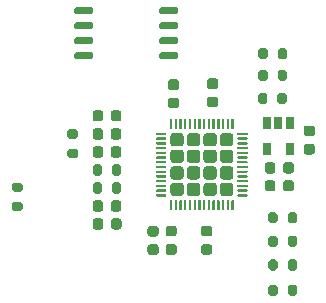
<source format=gbp>
G04 #@! TF.GenerationSoftware,KiCad,Pcbnew,(5.1.10-1-10_14)*
G04 #@! TF.CreationDate,2022-04-15T02:56:20+09:00*
G04 #@! TF.ProjectId,cmsis-dap_rp2040,636d7369-732d-4646-9170-5f7270323034,rev?*
G04 #@! TF.SameCoordinates,Original*
G04 #@! TF.FileFunction,Paste,Bot*
G04 #@! TF.FilePolarity,Positive*
%FSLAX46Y46*%
G04 Gerber Fmt 4.6, Leading zero omitted, Abs format (unit mm)*
G04 Created by KiCad (PCBNEW (5.1.10-1-10_14)) date 2022-04-15 02:56:20*
%MOMM*%
%LPD*%
G01*
G04 APERTURE LIST*
%ADD10R,0.650000X1.060000*%
G04 APERTURE END LIST*
G04 #@! TO.C,U2*
G36*
G01*
X109180000Y-52195000D02*
X109180000Y-52495000D01*
G75*
G02*
X109030000Y-52645000I-150000J0D01*
G01*
X107730000Y-52645000D01*
G75*
G02*
X107580000Y-52495000I0J150000D01*
G01*
X107580000Y-52195000D01*
G75*
G02*
X107730000Y-52045000I150000J0D01*
G01*
X109030000Y-52045000D01*
G75*
G02*
X109180000Y-52195000I0J-150000D01*
G01*
G37*
G36*
G01*
X109180000Y-53465000D02*
X109180000Y-53765000D01*
G75*
G02*
X109030000Y-53915000I-150000J0D01*
G01*
X107730000Y-53915000D01*
G75*
G02*
X107580000Y-53765000I0J150000D01*
G01*
X107580000Y-53465000D01*
G75*
G02*
X107730000Y-53315000I150000J0D01*
G01*
X109030000Y-53315000D01*
G75*
G02*
X109180000Y-53465000I0J-150000D01*
G01*
G37*
G36*
G01*
X109180000Y-54735000D02*
X109180000Y-55035000D01*
G75*
G02*
X109030000Y-55185000I-150000J0D01*
G01*
X107730000Y-55185000D01*
G75*
G02*
X107580000Y-55035000I0J150000D01*
G01*
X107580000Y-54735000D01*
G75*
G02*
X107730000Y-54585000I150000J0D01*
G01*
X109030000Y-54585000D01*
G75*
G02*
X109180000Y-54735000I0J-150000D01*
G01*
G37*
G36*
G01*
X109180000Y-56005000D02*
X109180000Y-56305000D01*
G75*
G02*
X109030000Y-56455000I-150000J0D01*
G01*
X107730000Y-56455000D01*
G75*
G02*
X107580000Y-56305000I0J150000D01*
G01*
X107580000Y-56005000D01*
G75*
G02*
X107730000Y-55855000I150000J0D01*
G01*
X109030000Y-55855000D01*
G75*
G02*
X109180000Y-56005000I0J-150000D01*
G01*
G37*
G36*
G01*
X116380000Y-56005000D02*
X116380000Y-56305000D01*
G75*
G02*
X116230000Y-56455000I-150000J0D01*
G01*
X114930000Y-56455000D01*
G75*
G02*
X114780000Y-56305000I0J150000D01*
G01*
X114780000Y-56005000D01*
G75*
G02*
X114930000Y-55855000I150000J0D01*
G01*
X116230000Y-55855000D01*
G75*
G02*
X116380000Y-56005000I0J-150000D01*
G01*
G37*
G36*
G01*
X116380000Y-54735000D02*
X116380000Y-55035000D01*
G75*
G02*
X116230000Y-55185000I-150000J0D01*
G01*
X114930000Y-55185000D01*
G75*
G02*
X114780000Y-55035000I0J150000D01*
G01*
X114780000Y-54735000D01*
G75*
G02*
X114930000Y-54585000I150000J0D01*
G01*
X116230000Y-54585000D01*
G75*
G02*
X116380000Y-54735000I0J-150000D01*
G01*
G37*
G36*
G01*
X116380000Y-53465000D02*
X116380000Y-53765000D01*
G75*
G02*
X116230000Y-53915000I-150000J0D01*
G01*
X114930000Y-53915000D01*
G75*
G02*
X114780000Y-53765000I0J150000D01*
G01*
X114780000Y-53465000D01*
G75*
G02*
X114930000Y-53315000I150000J0D01*
G01*
X116230000Y-53315000D01*
G75*
G02*
X116380000Y-53465000I0J-150000D01*
G01*
G37*
G36*
G01*
X116380000Y-52195000D02*
X116380000Y-52495000D01*
G75*
G02*
X116230000Y-52645000I-150000J0D01*
G01*
X114930000Y-52645000D01*
G75*
G02*
X114780000Y-52495000I0J150000D01*
G01*
X114780000Y-52195000D01*
G75*
G02*
X114930000Y-52045000I150000J0D01*
G01*
X116230000Y-52045000D01*
G75*
G02*
X116380000Y-52195000I0J-150000D01*
G01*
G37*
G04 #@! TD*
G04 #@! TO.C,R16*
G36*
G01*
X123145000Y-58075000D02*
X123145000Y-57525000D01*
G75*
G02*
X123345000Y-57325000I200000J0D01*
G01*
X123745000Y-57325000D01*
G75*
G02*
X123945000Y-57525000I0J-200000D01*
G01*
X123945000Y-58075000D01*
G75*
G02*
X123745000Y-58275000I-200000J0D01*
G01*
X123345000Y-58275000D01*
G75*
G02*
X123145000Y-58075000I0J200000D01*
G01*
G37*
G36*
G01*
X124795000Y-58075000D02*
X124795000Y-57525000D01*
G75*
G02*
X124995000Y-57325000I200000J0D01*
G01*
X125395000Y-57325000D01*
G75*
G02*
X125595000Y-57525000I0J-200000D01*
G01*
X125595000Y-58075000D01*
G75*
G02*
X125395000Y-58275000I-200000J0D01*
G01*
X124995000Y-58275000D01*
G75*
G02*
X124795000Y-58075000I0J200000D01*
G01*
G37*
G04 #@! TD*
G04 #@! TO.C,R15*
G36*
G01*
X125655000Y-74135000D02*
X125655000Y-73585000D01*
G75*
G02*
X125855000Y-73385000I200000J0D01*
G01*
X126255000Y-73385000D01*
G75*
G02*
X126455000Y-73585000I0J-200000D01*
G01*
X126455000Y-74135000D01*
G75*
G02*
X126255000Y-74335000I-200000J0D01*
G01*
X125855000Y-74335000D01*
G75*
G02*
X125655000Y-74135000I0J200000D01*
G01*
G37*
G36*
G01*
X124005000Y-74135000D02*
X124005000Y-73585000D01*
G75*
G02*
X124205000Y-73385000I200000J0D01*
G01*
X124605000Y-73385000D01*
G75*
G02*
X124805000Y-73585000I0J-200000D01*
G01*
X124805000Y-74135000D01*
G75*
G02*
X124605000Y-74335000I-200000J0D01*
G01*
X124205000Y-74335000D01*
G75*
G02*
X124005000Y-74135000I0J200000D01*
G01*
G37*
G04 #@! TD*
G04 #@! TO.C,R14*
G36*
G01*
X123135000Y-60045000D02*
X123135000Y-59495000D01*
G75*
G02*
X123335000Y-59295000I200000J0D01*
G01*
X123735000Y-59295000D01*
G75*
G02*
X123935000Y-59495000I0J-200000D01*
G01*
X123935000Y-60045000D01*
G75*
G02*
X123735000Y-60245000I-200000J0D01*
G01*
X123335000Y-60245000D01*
G75*
G02*
X123135000Y-60045000I0J200000D01*
G01*
G37*
G36*
G01*
X124785000Y-60045000D02*
X124785000Y-59495000D01*
G75*
G02*
X124985000Y-59295000I200000J0D01*
G01*
X125385000Y-59295000D01*
G75*
G02*
X125585000Y-59495000I0J-200000D01*
G01*
X125585000Y-60045000D01*
G75*
G02*
X125385000Y-60245000I-200000J0D01*
G01*
X124985000Y-60245000D01*
G75*
G02*
X124785000Y-60045000I0J200000D01*
G01*
G37*
G04 #@! TD*
G04 #@! TO.C,R13*
G36*
G01*
X125645000Y-70145000D02*
X125645000Y-69595000D01*
G75*
G02*
X125845000Y-69395000I200000J0D01*
G01*
X126245000Y-69395000D01*
G75*
G02*
X126445000Y-69595000I0J-200000D01*
G01*
X126445000Y-70145000D01*
G75*
G02*
X126245000Y-70345000I-200000J0D01*
G01*
X125845000Y-70345000D01*
G75*
G02*
X125645000Y-70145000I0J200000D01*
G01*
G37*
G36*
G01*
X123995000Y-70145000D02*
X123995000Y-69595000D01*
G75*
G02*
X124195000Y-69395000I200000J0D01*
G01*
X124595000Y-69395000D01*
G75*
G02*
X124795000Y-69595000I0J-200000D01*
G01*
X124795000Y-70145000D01*
G75*
G02*
X124595000Y-70345000I-200000J0D01*
G01*
X124195000Y-70345000D01*
G75*
G02*
X123995000Y-70145000I0J200000D01*
G01*
G37*
G04 #@! TD*
G04 #@! TO.C,R12*
G36*
G01*
X125655000Y-72125000D02*
X125655000Y-71575000D01*
G75*
G02*
X125855000Y-71375000I200000J0D01*
G01*
X126255000Y-71375000D01*
G75*
G02*
X126455000Y-71575000I0J-200000D01*
G01*
X126455000Y-72125000D01*
G75*
G02*
X126255000Y-72325000I-200000J0D01*
G01*
X125855000Y-72325000D01*
G75*
G02*
X125655000Y-72125000I0J200000D01*
G01*
G37*
G36*
G01*
X124005000Y-72125000D02*
X124005000Y-71575000D01*
G75*
G02*
X124205000Y-71375000I200000J0D01*
G01*
X124605000Y-71375000D01*
G75*
G02*
X124805000Y-71575000I0J-200000D01*
G01*
X124805000Y-72125000D01*
G75*
G02*
X124605000Y-72325000I-200000J0D01*
G01*
X124205000Y-72325000D01*
G75*
G02*
X124005000Y-72125000I0J200000D01*
G01*
G37*
G04 #@! TD*
G04 #@! TO.C,R11*
G36*
G01*
X125645000Y-76265000D02*
X125645000Y-75715000D01*
G75*
G02*
X125845000Y-75515000I200000J0D01*
G01*
X126245000Y-75515000D01*
G75*
G02*
X126445000Y-75715000I0J-200000D01*
G01*
X126445000Y-76265000D01*
G75*
G02*
X126245000Y-76465000I-200000J0D01*
G01*
X125845000Y-76465000D01*
G75*
G02*
X125645000Y-76265000I0J200000D01*
G01*
G37*
G36*
G01*
X123995000Y-76265000D02*
X123995000Y-75715000D01*
G75*
G02*
X124195000Y-75515000I200000J0D01*
G01*
X124595000Y-75515000D01*
G75*
G02*
X124795000Y-75715000I0J-200000D01*
G01*
X124795000Y-76265000D01*
G75*
G02*
X124595000Y-76465000I-200000J0D01*
G01*
X124195000Y-76465000D01*
G75*
G02*
X123995000Y-76265000I0J200000D01*
G01*
G37*
G04 #@! TD*
G04 #@! TO.C,R9*
G36*
G01*
X124805000Y-56255000D02*
X124805000Y-55705000D01*
G75*
G02*
X125005000Y-55505000I200000J0D01*
G01*
X125405000Y-55505000D01*
G75*
G02*
X125605000Y-55705000I0J-200000D01*
G01*
X125605000Y-56255000D01*
G75*
G02*
X125405000Y-56455000I-200000J0D01*
G01*
X125005000Y-56455000D01*
G75*
G02*
X124805000Y-56255000I0J200000D01*
G01*
G37*
G36*
G01*
X123155000Y-56255000D02*
X123155000Y-55705000D01*
G75*
G02*
X123355000Y-55505000I200000J0D01*
G01*
X123755000Y-55505000D01*
G75*
G02*
X123955000Y-55705000I0J-200000D01*
G01*
X123955000Y-56255000D01*
G75*
G02*
X123755000Y-56455000I-200000J0D01*
G01*
X123355000Y-56455000D01*
G75*
G02*
X123155000Y-56255000I0J200000D01*
G01*
G37*
G04 #@! TD*
G04 #@! TO.C,C18*
G36*
G01*
X116230000Y-59045000D02*
X115730000Y-59045000D01*
G75*
G02*
X115505000Y-58820000I0J225000D01*
G01*
X115505000Y-58370000D01*
G75*
G02*
X115730000Y-58145000I225000J0D01*
G01*
X116230000Y-58145000D01*
G75*
G02*
X116455000Y-58370000I0J-225000D01*
G01*
X116455000Y-58820000D01*
G75*
G02*
X116230000Y-59045000I-225000J0D01*
G01*
G37*
G36*
G01*
X116230000Y-60595000D02*
X115730000Y-60595000D01*
G75*
G02*
X115505000Y-60370000I0J225000D01*
G01*
X115505000Y-59920000D01*
G75*
G02*
X115730000Y-59695000I225000J0D01*
G01*
X116230000Y-59695000D01*
G75*
G02*
X116455000Y-59920000I0J-225000D01*
G01*
X116455000Y-60370000D01*
G75*
G02*
X116230000Y-60595000I-225000J0D01*
G01*
G37*
G04 #@! TD*
G04 #@! TO.C,U3*
G36*
G01*
X120165000Y-66895000D02*
X120795000Y-66895000D01*
G75*
G02*
X121045000Y-67145000I0J-250000D01*
G01*
X121045000Y-67775000D01*
G75*
G02*
X120795000Y-68025000I-250000J0D01*
G01*
X120165000Y-68025000D01*
G75*
G02*
X119915000Y-67775000I0J250000D01*
G01*
X119915000Y-67145000D01*
G75*
G02*
X120165000Y-66895000I250000J0D01*
G01*
G37*
G36*
G01*
X118765000Y-66895000D02*
X119395000Y-66895000D01*
G75*
G02*
X119645000Y-67145000I0J-250000D01*
G01*
X119645000Y-67775000D01*
G75*
G02*
X119395000Y-68025000I-250000J0D01*
G01*
X118765000Y-68025000D01*
G75*
G02*
X118515000Y-67775000I0J250000D01*
G01*
X118515000Y-67145000D01*
G75*
G02*
X118765000Y-66895000I250000J0D01*
G01*
G37*
G36*
G01*
X117365000Y-66895000D02*
X117995000Y-66895000D01*
G75*
G02*
X118245000Y-67145000I0J-250000D01*
G01*
X118245000Y-67775000D01*
G75*
G02*
X117995000Y-68025000I-250000J0D01*
G01*
X117365000Y-68025000D01*
G75*
G02*
X117115000Y-67775000I0J250000D01*
G01*
X117115000Y-67145000D01*
G75*
G02*
X117365000Y-66895000I250000J0D01*
G01*
G37*
G36*
G01*
X115965000Y-66895000D02*
X116595000Y-66895000D01*
G75*
G02*
X116845000Y-67145000I0J-250000D01*
G01*
X116845000Y-67775000D01*
G75*
G02*
X116595000Y-68025000I-250000J0D01*
G01*
X115965000Y-68025000D01*
G75*
G02*
X115715000Y-67775000I0J250000D01*
G01*
X115715000Y-67145000D01*
G75*
G02*
X115965000Y-66895000I250000J0D01*
G01*
G37*
G36*
G01*
X120165000Y-65495000D02*
X120795000Y-65495000D01*
G75*
G02*
X121045000Y-65745000I0J-250000D01*
G01*
X121045000Y-66375000D01*
G75*
G02*
X120795000Y-66625000I-250000J0D01*
G01*
X120165000Y-66625000D01*
G75*
G02*
X119915000Y-66375000I0J250000D01*
G01*
X119915000Y-65745000D01*
G75*
G02*
X120165000Y-65495000I250000J0D01*
G01*
G37*
G36*
G01*
X118765000Y-65495000D02*
X119395000Y-65495000D01*
G75*
G02*
X119645000Y-65745000I0J-250000D01*
G01*
X119645000Y-66375000D01*
G75*
G02*
X119395000Y-66625000I-250000J0D01*
G01*
X118765000Y-66625000D01*
G75*
G02*
X118515000Y-66375000I0J250000D01*
G01*
X118515000Y-65745000D01*
G75*
G02*
X118765000Y-65495000I250000J0D01*
G01*
G37*
G36*
G01*
X117365000Y-65495000D02*
X117995000Y-65495000D01*
G75*
G02*
X118245000Y-65745000I0J-250000D01*
G01*
X118245000Y-66375000D01*
G75*
G02*
X117995000Y-66625000I-250000J0D01*
G01*
X117365000Y-66625000D01*
G75*
G02*
X117115000Y-66375000I0J250000D01*
G01*
X117115000Y-65745000D01*
G75*
G02*
X117365000Y-65495000I250000J0D01*
G01*
G37*
G36*
G01*
X115965000Y-65495000D02*
X116595000Y-65495000D01*
G75*
G02*
X116845000Y-65745000I0J-250000D01*
G01*
X116845000Y-66375000D01*
G75*
G02*
X116595000Y-66625000I-250000J0D01*
G01*
X115965000Y-66625000D01*
G75*
G02*
X115715000Y-66375000I0J250000D01*
G01*
X115715000Y-65745000D01*
G75*
G02*
X115965000Y-65495000I250000J0D01*
G01*
G37*
G36*
G01*
X120165000Y-64095000D02*
X120795000Y-64095000D01*
G75*
G02*
X121045000Y-64345000I0J-250000D01*
G01*
X121045000Y-64975000D01*
G75*
G02*
X120795000Y-65225000I-250000J0D01*
G01*
X120165000Y-65225000D01*
G75*
G02*
X119915000Y-64975000I0J250000D01*
G01*
X119915000Y-64345000D01*
G75*
G02*
X120165000Y-64095000I250000J0D01*
G01*
G37*
G36*
G01*
X118765000Y-64095000D02*
X119395000Y-64095000D01*
G75*
G02*
X119645000Y-64345000I0J-250000D01*
G01*
X119645000Y-64975000D01*
G75*
G02*
X119395000Y-65225000I-250000J0D01*
G01*
X118765000Y-65225000D01*
G75*
G02*
X118515000Y-64975000I0J250000D01*
G01*
X118515000Y-64345000D01*
G75*
G02*
X118765000Y-64095000I250000J0D01*
G01*
G37*
G36*
G01*
X117365000Y-64095000D02*
X117995000Y-64095000D01*
G75*
G02*
X118245000Y-64345000I0J-250000D01*
G01*
X118245000Y-64975000D01*
G75*
G02*
X117995000Y-65225000I-250000J0D01*
G01*
X117365000Y-65225000D01*
G75*
G02*
X117115000Y-64975000I0J250000D01*
G01*
X117115000Y-64345000D01*
G75*
G02*
X117365000Y-64095000I250000J0D01*
G01*
G37*
G36*
G01*
X115965000Y-64095000D02*
X116595000Y-64095000D01*
G75*
G02*
X116845000Y-64345000I0J-250000D01*
G01*
X116845000Y-64975000D01*
G75*
G02*
X116595000Y-65225000I-250000J0D01*
G01*
X115965000Y-65225000D01*
G75*
G02*
X115715000Y-64975000I0J250000D01*
G01*
X115715000Y-64345000D01*
G75*
G02*
X115965000Y-64095000I250000J0D01*
G01*
G37*
G36*
G01*
X120165000Y-62695000D02*
X120795000Y-62695000D01*
G75*
G02*
X121045000Y-62945000I0J-250000D01*
G01*
X121045000Y-63575000D01*
G75*
G02*
X120795000Y-63825000I-250000J0D01*
G01*
X120165000Y-63825000D01*
G75*
G02*
X119915000Y-63575000I0J250000D01*
G01*
X119915000Y-62945000D01*
G75*
G02*
X120165000Y-62695000I250000J0D01*
G01*
G37*
G36*
G01*
X118765000Y-62695000D02*
X119395000Y-62695000D01*
G75*
G02*
X119645000Y-62945000I0J-250000D01*
G01*
X119645000Y-63575000D01*
G75*
G02*
X119395000Y-63825000I-250000J0D01*
G01*
X118765000Y-63825000D01*
G75*
G02*
X118515000Y-63575000I0J250000D01*
G01*
X118515000Y-62945000D01*
G75*
G02*
X118765000Y-62695000I250000J0D01*
G01*
G37*
G36*
G01*
X117365000Y-62695000D02*
X117995000Y-62695000D01*
G75*
G02*
X118245000Y-62945000I0J-250000D01*
G01*
X118245000Y-63575000D01*
G75*
G02*
X117995000Y-63825000I-250000J0D01*
G01*
X117365000Y-63825000D01*
G75*
G02*
X117115000Y-63575000I0J250000D01*
G01*
X117115000Y-62945000D01*
G75*
G02*
X117365000Y-62695000I250000J0D01*
G01*
G37*
G36*
G01*
X115965000Y-62695000D02*
X116595000Y-62695000D01*
G75*
G02*
X116845000Y-62945000I0J-250000D01*
G01*
X116845000Y-63575000D01*
G75*
G02*
X116595000Y-63825000I-250000J0D01*
G01*
X115965000Y-63825000D01*
G75*
G02*
X115715000Y-63575000I0J250000D01*
G01*
X115715000Y-62945000D01*
G75*
G02*
X115965000Y-62695000I250000J0D01*
G01*
G37*
G36*
G01*
X114555000Y-62660000D02*
X115330000Y-62660000D01*
G75*
G02*
X115380000Y-62710000I0J-50000D01*
G01*
X115380000Y-62810000D01*
G75*
G02*
X115330000Y-62860000I-50000J0D01*
G01*
X114555000Y-62860000D01*
G75*
G02*
X114505000Y-62810000I0J50000D01*
G01*
X114505000Y-62710000D01*
G75*
G02*
X114555000Y-62660000I50000J0D01*
G01*
G37*
G36*
G01*
X114555000Y-63060000D02*
X115330000Y-63060000D01*
G75*
G02*
X115380000Y-63110000I0J-50000D01*
G01*
X115380000Y-63210000D01*
G75*
G02*
X115330000Y-63260000I-50000J0D01*
G01*
X114555000Y-63260000D01*
G75*
G02*
X114505000Y-63210000I0J50000D01*
G01*
X114505000Y-63110000D01*
G75*
G02*
X114555000Y-63060000I50000J0D01*
G01*
G37*
G36*
G01*
X114555000Y-63460000D02*
X115330000Y-63460000D01*
G75*
G02*
X115380000Y-63510000I0J-50000D01*
G01*
X115380000Y-63610000D01*
G75*
G02*
X115330000Y-63660000I-50000J0D01*
G01*
X114555000Y-63660000D01*
G75*
G02*
X114505000Y-63610000I0J50000D01*
G01*
X114505000Y-63510000D01*
G75*
G02*
X114555000Y-63460000I50000J0D01*
G01*
G37*
G36*
G01*
X114555000Y-63860000D02*
X115330000Y-63860000D01*
G75*
G02*
X115380000Y-63910000I0J-50000D01*
G01*
X115380000Y-64010000D01*
G75*
G02*
X115330000Y-64060000I-50000J0D01*
G01*
X114555000Y-64060000D01*
G75*
G02*
X114505000Y-64010000I0J50000D01*
G01*
X114505000Y-63910000D01*
G75*
G02*
X114555000Y-63860000I50000J0D01*
G01*
G37*
G36*
G01*
X114555000Y-64260000D02*
X115330000Y-64260000D01*
G75*
G02*
X115380000Y-64310000I0J-50000D01*
G01*
X115380000Y-64410000D01*
G75*
G02*
X115330000Y-64460000I-50000J0D01*
G01*
X114555000Y-64460000D01*
G75*
G02*
X114505000Y-64410000I0J50000D01*
G01*
X114505000Y-64310000D01*
G75*
G02*
X114555000Y-64260000I50000J0D01*
G01*
G37*
G36*
G01*
X114555000Y-64660000D02*
X115330000Y-64660000D01*
G75*
G02*
X115380000Y-64710000I0J-50000D01*
G01*
X115380000Y-64810000D01*
G75*
G02*
X115330000Y-64860000I-50000J0D01*
G01*
X114555000Y-64860000D01*
G75*
G02*
X114505000Y-64810000I0J50000D01*
G01*
X114505000Y-64710000D01*
G75*
G02*
X114555000Y-64660000I50000J0D01*
G01*
G37*
G36*
G01*
X114555000Y-65060000D02*
X115330000Y-65060000D01*
G75*
G02*
X115380000Y-65110000I0J-50000D01*
G01*
X115380000Y-65210000D01*
G75*
G02*
X115330000Y-65260000I-50000J0D01*
G01*
X114555000Y-65260000D01*
G75*
G02*
X114505000Y-65210000I0J50000D01*
G01*
X114505000Y-65110000D01*
G75*
G02*
X114555000Y-65060000I50000J0D01*
G01*
G37*
G36*
G01*
X114555000Y-65460000D02*
X115330000Y-65460000D01*
G75*
G02*
X115380000Y-65510000I0J-50000D01*
G01*
X115380000Y-65610000D01*
G75*
G02*
X115330000Y-65660000I-50000J0D01*
G01*
X114555000Y-65660000D01*
G75*
G02*
X114505000Y-65610000I0J50000D01*
G01*
X114505000Y-65510000D01*
G75*
G02*
X114555000Y-65460000I50000J0D01*
G01*
G37*
G36*
G01*
X114555000Y-65860000D02*
X115330000Y-65860000D01*
G75*
G02*
X115380000Y-65910000I0J-50000D01*
G01*
X115380000Y-66010000D01*
G75*
G02*
X115330000Y-66060000I-50000J0D01*
G01*
X114555000Y-66060000D01*
G75*
G02*
X114505000Y-66010000I0J50000D01*
G01*
X114505000Y-65910000D01*
G75*
G02*
X114555000Y-65860000I50000J0D01*
G01*
G37*
G36*
G01*
X114555000Y-66260000D02*
X115330000Y-66260000D01*
G75*
G02*
X115380000Y-66310000I0J-50000D01*
G01*
X115380000Y-66410000D01*
G75*
G02*
X115330000Y-66460000I-50000J0D01*
G01*
X114555000Y-66460000D01*
G75*
G02*
X114505000Y-66410000I0J50000D01*
G01*
X114505000Y-66310000D01*
G75*
G02*
X114555000Y-66260000I50000J0D01*
G01*
G37*
G36*
G01*
X114555000Y-66660000D02*
X115330000Y-66660000D01*
G75*
G02*
X115380000Y-66710000I0J-50000D01*
G01*
X115380000Y-66810000D01*
G75*
G02*
X115330000Y-66860000I-50000J0D01*
G01*
X114555000Y-66860000D01*
G75*
G02*
X114505000Y-66810000I0J50000D01*
G01*
X114505000Y-66710000D01*
G75*
G02*
X114555000Y-66660000I50000J0D01*
G01*
G37*
G36*
G01*
X114555000Y-67060000D02*
X115330000Y-67060000D01*
G75*
G02*
X115380000Y-67110000I0J-50000D01*
G01*
X115380000Y-67210000D01*
G75*
G02*
X115330000Y-67260000I-50000J0D01*
G01*
X114555000Y-67260000D01*
G75*
G02*
X114505000Y-67210000I0J50000D01*
G01*
X114505000Y-67110000D01*
G75*
G02*
X114555000Y-67060000I50000J0D01*
G01*
G37*
G36*
G01*
X114555000Y-67460000D02*
X115330000Y-67460000D01*
G75*
G02*
X115380000Y-67510000I0J-50000D01*
G01*
X115380000Y-67610000D01*
G75*
G02*
X115330000Y-67660000I-50000J0D01*
G01*
X114555000Y-67660000D01*
G75*
G02*
X114505000Y-67610000I0J50000D01*
G01*
X114505000Y-67510000D01*
G75*
G02*
X114555000Y-67460000I50000J0D01*
G01*
G37*
G36*
G01*
X114555000Y-67860000D02*
X115330000Y-67860000D01*
G75*
G02*
X115380000Y-67910000I0J-50000D01*
G01*
X115380000Y-68010000D01*
G75*
G02*
X115330000Y-68060000I-50000J0D01*
G01*
X114555000Y-68060000D01*
G75*
G02*
X114505000Y-68010000I0J50000D01*
G01*
X114505000Y-67910000D01*
G75*
G02*
X114555000Y-67860000I50000J0D01*
G01*
G37*
G36*
G01*
X115730000Y-68360000D02*
X115830000Y-68360000D01*
G75*
G02*
X115880000Y-68410000I0J-50000D01*
G01*
X115880000Y-69185000D01*
G75*
G02*
X115830000Y-69235000I-50000J0D01*
G01*
X115730000Y-69235000D01*
G75*
G02*
X115680000Y-69185000I0J50000D01*
G01*
X115680000Y-68410000D01*
G75*
G02*
X115730000Y-68360000I50000J0D01*
G01*
G37*
G36*
G01*
X116130000Y-68360000D02*
X116230000Y-68360000D01*
G75*
G02*
X116280000Y-68410000I0J-50000D01*
G01*
X116280000Y-69185000D01*
G75*
G02*
X116230000Y-69235000I-50000J0D01*
G01*
X116130000Y-69235000D01*
G75*
G02*
X116080000Y-69185000I0J50000D01*
G01*
X116080000Y-68410000D01*
G75*
G02*
X116130000Y-68360000I50000J0D01*
G01*
G37*
G36*
G01*
X116530000Y-68360000D02*
X116630000Y-68360000D01*
G75*
G02*
X116680000Y-68410000I0J-50000D01*
G01*
X116680000Y-69185000D01*
G75*
G02*
X116630000Y-69235000I-50000J0D01*
G01*
X116530000Y-69235000D01*
G75*
G02*
X116480000Y-69185000I0J50000D01*
G01*
X116480000Y-68410000D01*
G75*
G02*
X116530000Y-68360000I50000J0D01*
G01*
G37*
G36*
G01*
X116930000Y-68360000D02*
X117030000Y-68360000D01*
G75*
G02*
X117080000Y-68410000I0J-50000D01*
G01*
X117080000Y-69185000D01*
G75*
G02*
X117030000Y-69235000I-50000J0D01*
G01*
X116930000Y-69235000D01*
G75*
G02*
X116880000Y-69185000I0J50000D01*
G01*
X116880000Y-68410000D01*
G75*
G02*
X116930000Y-68360000I50000J0D01*
G01*
G37*
G36*
G01*
X117330000Y-68360000D02*
X117430000Y-68360000D01*
G75*
G02*
X117480000Y-68410000I0J-50000D01*
G01*
X117480000Y-69185000D01*
G75*
G02*
X117430000Y-69235000I-50000J0D01*
G01*
X117330000Y-69235000D01*
G75*
G02*
X117280000Y-69185000I0J50000D01*
G01*
X117280000Y-68410000D01*
G75*
G02*
X117330000Y-68360000I50000J0D01*
G01*
G37*
G36*
G01*
X117730000Y-68360000D02*
X117830000Y-68360000D01*
G75*
G02*
X117880000Y-68410000I0J-50000D01*
G01*
X117880000Y-69185000D01*
G75*
G02*
X117830000Y-69235000I-50000J0D01*
G01*
X117730000Y-69235000D01*
G75*
G02*
X117680000Y-69185000I0J50000D01*
G01*
X117680000Y-68410000D01*
G75*
G02*
X117730000Y-68360000I50000J0D01*
G01*
G37*
G36*
G01*
X118130000Y-68360000D02*
X118230000Y-68360000D01*
G75*
G02*
X118280000Y-68410000I0J-50000D01*
G01*
X118280000Y-69185000D01*
G75*
G02*
X118230000Y-69235000I-50000J0D01*
G01*
X118130000Y-69235000D01*
G75*
G02*
X118080000Y-69185000I0J50000D01*
G01*
X118080000Y-68410000D01*
G75*
G02*
X118130000Y-68360000I50000J0D01*
G01*
G37*
G36*
G01*
X118530000Y-68360000D02*
X118630000Y-68360000D01*
G75*
G02*
X118680000Y-68410000I0J-50000D01*
G01*
X118680000Y-69185000D01*
G75*
G02*
X118630000Y-69235000I-50000J0D01*
G01*
X118530000Y-69235000D01*
G75*
G02*
X118480000Y-69185000I0J50000D01*
G01*
X118480000Y-68410000D01*
G75*
G02*
X118530000Y-68360000I50000J0D01*
G01*
G37*
G36*
G01*
X118930000Y-68360000D02*
X119030000Y-68360000D01*
G75*
G02*
X119080000Y-68410000I0J-50000D01*
G01*
X119080000Y-69185000D01*
G75*
G02*
X119030000Y-69235000I-50000J0D01*
G01*
X118930000Y-69235000D01*
G75*
G02*
X118880000Y-69185000I0J50000D01*
G01*
X118880000Y-68410000D01*
G75*
G02*
X118930000Y-68360000I50000J0D01*
G01*
G37*
G36*
G01*
X119330000Y-68360000D02*
X119430000Y-68360000D01*
G75*
G02*
X119480000Y-68410000I0J-50000D01*
G01*
X119480000Y-69185000D01*
G75*
G02*
X119430000Y-69235000I-50000J0D01*
G01*
X119330000Y-69235000D01*
G75*
G02*
X119280000Y-69185000I0J50000D01*
G01*
X119280000Y-68410000D01*
G75*
G02*
X119330000Y-68360000I50000J0D01*
G01*
G37*
G36*
G01*
X119730000Y-68360000D02*
X119830000Y-68360000D01*
G75*
G02*
X119880000Y-68410000I0J-50000D01*
G01*
X119880000Y-69185000D01*
G75*
G02*
X119830000Y-69235000I-50000J0D01*
G01*
X119730000Y-69235000D01*
G75*
G02*
X119680000Y-69185000I0J50000D01*
G01*
X119680000Y-68410000D01*
G75*
G02*
X119730000Y-68360000I50000J0D01*
G01*
G37*
G36*
G01*
X120130000Y-68360000D02*
X120230000Y-68360000D01*
G75*
G02*
X120280000Y-68410000I0J-50000D01*
G01*
X120280000Y-69185000D01*
G75*
G02*
X120230000Y-69235000I-50000J0D01*
G01*
X120130000Y-69235000D01*
G75*
G02*
X120080000Y-69185000I0J50000D01*
G01*
X120080000Y-68410000D01*
G75*
G02*
X120130000Y-68360000I50000J0D01*
G01*
G37*
G36*
G01*
X120530000Y-68360000D02*
X120630000Y-68360000D01*
G75*
G02*
X120680000Y-68410000I0J-50000D01*
G01*
X120680000Y-69185000D01*
G75*
G02*
X120630000Y-69235000I-50000J0D01*
G01*
X120530000Y-69235000D01*
G75*
G02*
X120480000Y-69185000I0J50000D01*
G01*
X120480000Y-68410000D01*
G75*
G02*
X120530000Y-68360000I50000J0D01*
G01*
G37*
G36*
G01*
X120930000Y-68360000D02*
X121030000Y-68360000D01*
G75*
G02*
X121080000Y-68410000I0J-50000D01*
G01*
X121080000Y-69185000D01*
G75*
G02*
X121030000Y-69235000I-50000J0D01*
G01*
X120930000Y-69235000D01*
G75*
G02*
X120880000Y-69185000I0J50000D01*
G01*
X120880000Y-68410000D01*
G75*
G02*
X120930000Y-68360000I50000J0D01*
G01*
G37*
G36*
G01*
X121430000Y-67860000D02*
X122205000Y-67860000D01*
G75*
G02*
X122255000Y-67910000I0J-50000D01*
G01*
X122255000Y-68010000D01*
G75*
G02*
X122205000Y-68060000I-50000J0D01*
G01*
X121430000Y-68060000D01*
G75*
G02*
X121380000Y-68010000I0J50000D01*
G01*
X121380000Y-67910000D01*
G75*
G02*
X121430000Y-67860000I50000J0D01*
G01*
G37*
G36*
G01*
X121430000Y-67460000D02*
X122205000Y-67460000D01*
G75*
G02*
X122255000Y-67510000I0J-50000D01*
G01*
X122255000Y-67610000D01*
G75*
G02*
X122205000Y-67660000I-50000J0D01*
G01*
X121430000Y-67660000D01*
G75*
G02*
X121380000Y-67610000I0J50000D01*
G01*
X121380000Y-67510000D01*
G75*
G02*
X121430000Y-67460000I50000J0D01*
G01*
G37*
G36*
G01*
X121430000Y-67060000D02*
X122205000Y-67060000D01*
G75*
G02*
X122255000Y-67110000I0J-50000D01*
G01*
X122255000Y-67210000D01*
G75*
G02*
X122205000Y-67260000I-50000J0D01*
G01*
X121430000Y-67260000D01*
G75*
G02*
X121380000Y-67210000I0J50000D01*
G01*
X121380000Y-67110000D01*
G75*
G02*
X121430000Y-67060000I50000J0D01*
G01*
G37*
G36*
G01*
X121430000Y-66660000D02*
X122205000Y-66660000D01*
G75*
G02*
X122255000Y-66710000I0J-50000D01*
G01*
X122255000Y-66810000D01*
G75*
G02*
X122205000Y-66860000I-50000J0D01*
G01*
X121430000Y-66860000D01*
G75*
G02*
X121380000Y-66810000I0J50000D01*
G01*
X121380000Y-66710000D01*
G75*
G02*
X121430000Y-66660000I50000J0D01*
G01*
G37*
G36*
G01*
X121430000Y-66260000D02*
X122205000Y-66260000D01*
G75*
G02*
X122255000Y-66310000I0J-50000D01*
G01*
X122255000Y-66410000D01*
G75*
G02*
X122205000Y-66460000I-50000J0D01*
G01*
X121430000Y-66460000D01*
G75*
G02*
X121380000Y-66410000I0J50000D01*
G01*
X121380000Y-66310000D01*
G75*
G02*
X121430000Y-66260000I50000J0D01*
G01*
G37*
G36*
G01*
X121430000Y-65860000D02*
X122205000Y-65860000D01*
G75*
G02*
X122255000Y-65910000I0J-50000D01*
G01*
X122255000Y-66010000D01*
G75*
G02*
X122205000Y-66060000I-50000J0D01*
G01*
X121430000Y-66060000D01*
G75*
G02*
X121380000Y-66010000I0J50000D01*
G01*
X121380000Y-65910000D01*
G75*
G02*
X121430000Y-65860000I50000J0D01*
G01*
G37*
G36*
G01*
X121430000Y-65460000D02*
X122205000Y-65460000D01*
G75*
G02*
X122255000Y-65510000I0J-50000D01*
G01*
X122255000Y-65610000D01*
G75*
G02*
X122205000Y-65660000I-50000J0D01*
G01*
X121430000Y-65660000D01*
G75*
G02*
X121380000Y-65610000I0J50000D01*
G01*
X121380000Y-65510000D01*
G75*
G02*
X121430000Y-65460000I50000J0D01*
G01*
G37*
G36*
G01*
X121430000Y-65060000D02*
X122205000Y-65060000D01*
G75*
G02*
X122255000Y-65110000I0J-50000D01*
G01*
X122255000Y-65210000D01*
G75*
G02*
X122205000Y-65260000I-50000J0D01*
G01*
X121430000Y-65260000D01*
G75*
G02*
X121380000Y-65210000I0J50000D01*
G01*
X121380000Y-65110000D01*
G75*
G02*
X121430000Y-65060000I50000J0D01*
G01*
G37*
G36*
G01*
X121430000Y-64660000D02*
X122205000Y-64660000D01*
G75*
G02*
X122255000Y-64710000I0J-50000D01*
G01*
X122255000Y-64810000D01*
G75*
G02*
X122205000Y-64860000I-50000J0D01*
G01*
X121430000Y-64860000D01*
G75*
G02*
X121380000Y-64810000I0J50000D01*
G01*
X121380000Y-64710000D01*
G75*
G02*
X121430000Y-64660000I50000J0D01*
G01*
G37*
G36*
G01*
X121430000Y-64260000D02*
X122205000Y-64260000D01*
G75*
G02*
X122255000Y-64310000I0J-50000D01*
G01*
X122255000Y-64410000D01*
G75*
G02*
X122205000Y-64460000I-50000J0D01*
G01*
X121430000Y-64460000D01*
G75*
G02*
X121380000Y-64410000I0J50000D01*
G01*
X121380000Y-64310000D01*
G75*
G02*
X121430000Y-64260000I50000J0D01*
G01*
G37*
G36*
G01*
X121430000Y-63860000D02*
X122205000Y-63860000D01*
G75*
G02*
X122255000Y-63910000I0J-50000D01*
G01*
X122255000Y-64010000D01*
G75*
G02*
X122205000Y-64060000I-50000J0D01*
G01*
X121430000Y-64060000D01*
G75*
G02*
X121380000Y-64010000I0J50000D01*
G01*
X121380000Y-63910000D01*
G75*
G02*
X121430000Y-63860000I50000J0D01*
G01*
G37*
G36*
G01*
X121430000Y-63460000D02*
X122205000Y-63460000D01*
G75*
G02*
X122255000Y-63510000I0J-50000D01*
G01*
X122255000Y-63610000D01*
G75*
G02*
X122205000Y-63660000I-50000J0D01*
G01*
X121430000Y-63660000D01*
G75*
G02*
X121380000Y-63610000I0J50000D01*
G01*
X121380000Y-63510000D01*
G75*
G02*
X121430000Y-63460000I50000J0D01*
G01*
G37*
G36*
G01*
X121430000Y-63060000D02*
X122205000Y-63060000D01*
G75*
G02*
X122255000Y-63110000I0J-50000D01*
G01*
X122255000Y-63210000D01*
G75*
G02*
X122205000Y-63260000I-50000J0D01*
G01*
X121430000Y-63260000D01*
G75*
G02*
X121380000Y-63210000I0J50000D01*
G01*
X121380000Y-63110000D01*
G75*
G02*
X121430000Y-63060000I50000J0D01*
G01*
G37*
G36*
G01*
X121430000Y-62660000D02*
X122205000Y-62660000D01*
G75*
G02*
X122255000Y-62710000I0J-50000D01*
G01*
X122255000Y-62810000D01*
G75*
G02*
X122205000Y-62860000I-50000J0D01*
G01*
X121430000Y-62860000D01*
G75*
G02*
X121380000Y-62810000I0J50000D01*
G01*
X121380000Y-62710000D01*
G75*
G02*
X121430000Y-62660000I50000J0D01*
G01*
G37*
G36*
G01*
X120930000Y-61485000D02*
X121030000Y-61485000D01*
G75*
G02*
X121080000Y-61535000I0J-50000D01*
G01*
X121080000Y-62310000D01*
G75*
G02*
X121030000Y-62360000I-50000J0D01*
G01*
X120930000Y-62360000D01*
G75*
G02*
X120880000Y-62310000I0J50000D01*
G01*
X120880000Y-61535000D01*
G75*
G02*
X120930000Y-61485000I50000J0D01*
G01*
G37*
G36*
G01*
X120530000Y-61485000D02*
X120630000Y-61485000D01*
G75*
G02*
X120680000Y-61535000I0J-50000D01*
G01*
X120680000Y-62310000D01*
G75*
G02*
X120630000Y-62360000I-50000J0D01*
G01*
X120530000Y-62360000D01*
G75*
G02*
X120480000Y-62310000I0J50000D01*
G01*
X120480000Y-61535000D01*
G75*
G02*
X120530000Y-61485000I50000J0D01*
G01*
G37*
G36*
G01*
X120130000Y-61485000D02*
X120230000Y-61485000D01*
G75*
G02*
X120280000Y-61535000I0J-50000D01*
G01*
X120280000Y-62310000D01*
G75*
G02*
X120230000Y-62360000I-50000J0D01*
G01*
X120130000Y-62360000D01*
G75*
G02*
X120080000Y-62310000I0J50000D01*
G01*
X120080000Y-61535000D01*
G75*
G02*
X120130000Y-61485000I50000J0D01*
G01*
G37*
G36*
G01*
X119730000Y-61485000D02*
X119830000Y-61485000D01*
G75*
G02*
X119880000Y-61535000I0J-50000D01*
G01*
X119880000Y-62310000D01*
G75*
G02*
X119830000Y-62360000I-50000J0D01*
G01*
X119730000Y-62360000D01*
G75*
G02*
X119680000Y-62310000I0J50000D01*
G01*
X119680000Y-61535000D01*
G75*
G02*
X119730000Y-61485000I50000J0D01*
G01*
G37*
G36*
G01*
X119330000Y-61485000D02*
X119430000Y-61485000D01*
G75*
G02*
X119480000Y-61535000I0J-50000D01*
G01*
X119480000Y-62310000D01*
G75*
G02*
X119430000Y-62360000I-50000J0D01*
G01*
X119330000Y-62360000D01*
G75*
G02*
X119280000Y-62310000I0J50000D01*
G01*
X119280000Y-61535000D01*
G75*
G02*
X119330000Y-61485000I50000J0D01*
G01*
G37*
G36*
G01*
X118930000Y-61485000D02*
X119030000Y-61485000D01*
G75*
G02*
X119080000Y-61535000I0J-50000D01*
G01*
X119080000Y-62310000D01*
G75*
G02*
X119030000Y-62360000I-50000J0D01*
G01*
X118930000Y-62360000D01*
G75*
G02*
X118880000Y-62310000I0J50000D01*
G01*
X118880000Y-61535000D01*
G75*
G02*
X118930000Y-61485000I50000J0D01*
G01*
G37*
G36*
G01*
X118530000Y-61485000D02*
X118630000Y-61485000D01*
G75*
G02*
X118680000Y-61535000I0J-50000D01*
G01*
X118680000Y-62310000D01*
G75*
G02*
X118630000Y-62360000I-50000J0D01*
G01*
X118530000Y-62360000D01*
G75*
G02*
X118480000Y-62310000I0J50000D01*
G01*
X118480000Y-61535000D01*
G75*
G02*
X118530000Y-61485000I50000J0D01*
G01*
G37*
G36*
G01*
X118130000Y-61485000D02*
X118230000Y-61485000D01*
G75*
G02*
X118280000Y-61535000I0J-50000D01*
G01*
X118280000Y-62310000D01*
G75*
G02*
X118230000Y-62360000I-50000J0D01*
G01*
X118130000Y-62360000D01*
G75*
G02*
X118080000Y-62310000I0J50000D01*
G01*
X118080000Y-61535000D01*
G75*
G02*
X118130000Y-61485000I50000J0D01*
G01*
G37*
G36*
G01*
X117730000Y-61485000D02*
X117830000Y-61485000D01*
G75*
G02*
X117880000Y-61535000I0J-50000D01*
G01*
X117880000Y-62310000D01*
G75*
G02*
X117830000Y-62360000I-50000J0D01*
G01*
X117730000Y-62360000D01*
G75*
G02*
X117680000Y-62310000I0J50000D01*
G01*
X117680000Y-61535000D01*
G75*
G02*
X117730000Y-61485000I50000J0D01*
G01*
G37*
G36*
G01*
X117330000Y-61485000D02*
X117430000Y-61485000D01*
G75*
G02*
X117480000Y-61535000I0J-50000D01*
G01*
X117480000Y-62310000D01*
G75*
G02*
X117430000Y-62360000I-50000J0D01*
G01*
X117330000Y-62360000D01*
G75*
G02*
X117280000Y-62310000I0J50000D01*
G01*
X117280000Y-61535000D01*
G75*
G02*
X117330000Y-61485000I50000J0D01*
G01*
G37*
G36*
G01*
X116930000Y-61485000D02*
X117030000Y-61485000D01*
G75*
G02*
X117080000Y-61535000I0J-50000D01*
G01*
X117080000Y-62310000D01*
G75*
G02*
X117030000Y-62360000I-50000J0D01*
G01*
X116930000Y-62360000D01*
G75*
G02*
X116880000Y-62310000I0J50000D01*
G01*
X116880000Y-61535000D01*
G75*
G02*
X116930000Y-61485000I50000J0D01*
G01*
G37*
G36*
G01*
X116530000Y-61485000D02*
X116630000Y-61485000D01*
G75*
G02*
X116680000Y-61535000I0J-50000D01*
G01*
X116680000Y-62310000D01*
G75*
G02*
X116630000Y-62360000I-50000J0D01*
G01*
X116530000Y-62360000D01*
G75*
G02*
X116480000Y-62310000I0J50000D01*
G01*
X116480000Y-61535000D01*
G75*
G02*
X116530000Y-61485000I50000J0D01*
G01*
G37*
G36*
G01*
X116130000Y-61485000D02*
X116230000Y-61485000D01*
G75*
G02*
X116280000Y-61535000I0J-50000D01*
G01*
X116280000Y-62310000D01*
G75*
G02*
X116230000Y-62360000I-50000J0D01*
G01*
X116130000Y-62360000D01*
G75*
G02*
X116080000Y-62310000I0J50000D01*
G01*
X116080000Y-61535000D01*
G75*
G02*
X116130000Y-61485000I50000J0D01*
G01*
G37*
G36*
G01*
X115730000Y-61485000D02*
X115830000Y-61485000D01*
G75*
G02*
X115880000Y-61535000I0J-50000D01*
G01*
X115880000Y-62310000D01*
G75*
G02*
X115830000Y-62360000I-50000J0D01*
G01*
X115730000Y-62360000D01*
G75*
G02*
X115680000Y-62310000I0J50000D01*
G01*
X115680000Y-61535000D01*
G75*
G02*
X115730000Y-61485000I50000J0D01*
G01*
G37*
G04 #@! TD*
D10*
G04 #@! TO.C,U1*
X123920000Y-64050000D03*
X125820000Y-64050000D03*
X125820000Y-61850000D03*
X124870000Y-61850000D03*
X123920000Y-61850000D03*
G04 #@! TD*
G04 #@! TO.C,R6*
G36*
G01*
X109925000Y-65535000D02*
X109925000Y-66085000D01*
G75*
G02*
X109725000Y-66285000I-200000J0D01*
G01*
X109325000Y-66285000D01*
G75*
G02*
X109125000Y-66085000I0J200000D01*
G01*
X109125000Y-65535000D01*
G75*
G02*
X109325000Y-65335000I200000J0D01*
G01*
X109725000Y-65335000D01*
G75*
G02*
X109925000Y-65535000I0J-200000D01*
G01*
G37*
G36*
G01*
X111575000Y-65535000D02*
X111575000Y-66085000D01*
G75*
G02*
X111375000Y-66285000I-200000J0D01*
G01*
X110975000Y-66285000D01*
G75*
G02*
X110775000Y-66085000I0J200000D01*
G01*
X110775000Y-65535000D01*
G75*
G02*
X110975000Y-65335000I200000J0D01*
G01*
X111375000Y-65335000D01*
G75*
G02*
X111575000Y-65535000I0J-200000D01*
G01*
G37*
G04 #@! TD*
G04 #@! TO.C,R5*
G36*
G01*
X109925000Y-67065000D02*
X109925000Y-67615000D01*
G75*
G02*
X109725000Y-67815000I-200000J0D01*
G01*
X109325000Y-67815000D01*
G75*
G02*
X109125000Y-67615000I0J200000D01*
G01*
X109125000Y-67065000D01*
G75*
G02*
X109325000Y-66865000I200000J0D01*
G01*
X109725000Y-66865000D01*
G75*
G02*
X109925000Y-67065000I0J-200000D01*
G01*
G37*
G36*
G01*
X111575000Y-67065000D02*
X111575000Y-67615000D01*
G75*
G02*
X111375000Y-67815000I-200000J0D01*
G01*
X110975000Y-67815000D01*
G75*
G02*
X110775000Y-67615000I0J200000D01*
G01*
X110775000Y-67065000D01*
G75*
G02*
X110975000Y-66865000I200000J0D01*
G01*
X111375000Y-66865000D01*
G75*
G02*
X111575000Y-67065000I0J-200000D01*
G01*
G37*
G04 #@! TD*
G04 #@! TO.C,R4*
G36*
G01*
X103025000Y-67675000D02*
X102475000Y-67675000D01*
G75*
G02*
X102275000Y-67475000I0J200000D01*
G01*
X102275000Y-67075000D01*
G75*
G02*
X102475000Y-66875000I200000J0D01*
G01*
X103025000Y-66875000D01*
G75*
G02*
X103225000Y-67075000I0J-200000D01*
G01*
X103225000Y-67475000D01*
G75*
G02*
X103025000Y-67675000I-200000J0D01*
G01*
G37*
G36*
G01*
X103025000Y-69325000D02*
X102475000Y-69325000D01*
G75*
G02*
X102275000Y-69125000I0J200000D01*
G01*
X102275000Y-68725000D01*
G75*
G02*
X102475000Y-68525000I200000J0D01*
G01*
X103025000Y-68525000D01*
G75*
G02*
X103225000Y-68725000I0J-200000D01*
G01*
X103225000Y-69125000D01*
G75*
G02*
X103025000Y-69325000I-200000J0D01*
G01*
G37*
G04 #@! TD*
G04 #@! TO.C,R3*
G36*
G01*
X107175000Y-64015000D02*
X107725000Y-64015000D01*
G75*
G02*
X107925000Y-64215000I0J-200000D01*
G01*
X107925000Y-64615000D01*
G75*
G02*
X107725000Y-64815000I-200000J0D01*
G01*
X107175000Y-64815000D01*
G75*
G02*
X106975000Y-64615000I0J200000D01*
G01*
X106975000Y-64215000D01*
G75*
G02*
X107175000Y-64015000I200000J0D01*
G01*
G37*
G36*
G01*
X107175000Y-62365000D02*
X107725000Y-62365000D01*
G75*
G02*
X107925000Y-62565000I0J-200000D01*
G01*
X107925000Y-62965000D01*
G75*
G02*
X107725000Y-63165000I-200000J0D01*
G01*
X107175000Y-63165000D01*
G75*
G02*
X106975000Y-62965000I0J200000D01*
G01*
X106975000Y-62565000D01*
G75*
G02*
X107175000Y-62365000I200000J0D01*
G01*
G37*
G04 #@! TD*
G04 #@! TO.C,C17*
G36*
G01*
X119540000Y-58955000D02*
X119040000Y-58955000D01*
G75*
G02*
X118815000Y-58730000I0J225000D01*
G01*
X118815000Y-58280000D01*
G75*
G02*
X119040000Y-58055000I225000J0D01*
G01*
X119540000Y-58055000D01*
G75*
G02*
X119765000Y-58280000I0J-225000D01*
G01*
X119765000Y-58730000D01*
G75*
G02*
X119540000Y-58955000I-225000J0D01*
G01*
G37*
G36*
G01*
X119540000Y-60505000D02*
X119040000Y-60505000D01*
G75*
G02*
X118815000Y-60280000I0J225000D01*
G01*
X118815000Y-59830000D01*
G75*
G02*
X119040000Y-59605000I225000J0D01*
G01*
X119540000Y-59605000D01*
G75*
G02*
X119765000Y-59830000I0J-225000D01*
G01*
X119765000Y-60280000D01*
G75*
G02*
X119540000Y-60505000I-225000J0D01*
G01*
G37*
G04 #@! TD*
G04 #@! TO.C,C16*
G36*
G01*
X110025000Y-60980000D02*
X110025000Y-61480000D01*
G75*
G02*
X109800000Y-61705000I-225000J0D01*
G01*
X109350000Y-61705000D01*
G75*
G02*
X109125000Y-61480000I0J225000D01*
G01*
X109125000Y-60980000D01*
G75*
G02*
X109350000Y-60755000I225000J0D01*
G01*
X109800000Y-60755000D01*
G75*
G02*
X110025000Y-60980000I0J-225000D01*
G01*
G37*
G36*
G01*
X111575000Y-60980000D02*
X111575000Y-61480000D01*
G75*
G02*
X111350000Y-61705000I-225000J0D01*
G01*
X110900000Y-61705000D01*
G75*
G02*
X110675000Y-61480000I0J225000D01*
G01*
X110675000Y-60980000D01*
G75*
G02*
X110900000Y-60755000I225000J0D01*
G01*
X111350000Y-60755000D01*
G75*
G02*
X111575000Y-60980000I0J-225000D01*
G01*
G37*
G04 #@! TD*
G04 #@! TO.C,C15*
G36*
G01*
X118540000Y-72095000D02*
X119040000Y-72095000D01*
G75*
G02*
X119265000Y-72320000I0J-225000D01*
G01*
X119265000Y-72770000D01*
G75*
G02*
X119040000Y-72995000I-225000J0D01*
G01*
X118540000Y-72995000D01*
G75*
G02*
X118315000Y-72770000I0J225000D01*
G01*
X118315000Y-72320000D01*
G75*
G02*
X118540000Y-72095000I225000J0D01*
G01*
G37*
G36*
G01*
X118540000Y-70545000D02*
X119040000Y-70545000D01*
G75*
G02*
X119265000Y-70770000I0J-225000D01*
G01*
X119265000Y-71220000D01*
G75*
G02*
X119040000Y-71445000I-225000J0D01*
G01*
X118540000Y-71445000D01*
G75*
G02*
X118315000Y-71220000I0J225000D01*
G01*
X118315000Y-70770000D01*
G75*
G02*
X118540000Y-70545000I225000J0D01*
G01*
G37*
G04 #@! TD*
G04 #@! TO.C,C14*
G36*
G01*
X125265000Y-67410000D02*
X125265000Y-66910000D01*
G75*
G02*
X125490000Y-66685000I225000J0D01*
G01*
X125940000Y-66685000D01*
G75*
G02*
X126165000Y-66910000I0J-225000D01*
G01*
X126165000Y-67410000D01*
G75*
G02*
X125940000Y-67635000I-225000J0D01*
G01*
X125490000Y-67635000D01*
G75*
G02*
X125265000Y-67410000I0J225000D01*
G01*
G37*
G36*
G01*
X123715000Y-67410000D02*
X123715000Y-66910000D01*
G75*
G02*
X123940000Y-66685000I225000J0D01*
G01*
X124390000Y-66685000D01*
G75*
G02*
X124615000Y-66910000I0J-225000D01*
G01*
X124615000Y-67410000D01*
G75*
G02*
X124390000Y-67635000I-225000J0D01*
G01*
X123940000Y-67635000D01*
G75*
G02*
X123715000Y-67410000I0J225000D01*
G01*
G37*
G04 #@! TD*
G04 #@! TO.C,C13*
G36*
G01*
X125265000Y-65890000D02*
X125265000Y-65390000D01*
G75*
G02*
X125490000Y-65165000I225000J0D01*
G01*
X125940000Y-65165000D01*
G75*
G02*
X126165000Y-65390000I0J-225000D01*
G01*
X126165000Y-65890000D01*
G75*
G02*
X125940000Y-66115000I-225000J0D01*
G01*
X125490000Y-66115000D01*
G75*
G02*
X125265000Y-65890000I0J225000D01*
G01*
G37*
G36*
G01*
X123715000Y-65890000D02*
X123715000Y-65390000D01*
G75*
G02*
X123940000Y-65165000I225000J0D01*
G01*
X124390000Y-65165000D01*
G75*
G02*
X124615000Y-65390000I0J-225000D01*
G01*
X124615000Y-65890000D01*
G75*
G02*
X124390000Y-66115000I-225000J0D01*
G01*
X123940000Y-66115000D01*
G75*
G02*
X123715000Y-65890000I0J225000D01*
G01*
G37*
G04 #@! TD*
G04 #@! TO.C,C12*
G36*
G01*
X110025000Y-68620000D02*
X110025000Y-69120000D01*
G75*
G02*
X109800000Y-69345000I-225000J0D01*
G01*
X109350000Y-69345000D01*
G75*
G02*
X109125000Y-69120000I0J225000D01*
G01*
X109125000Y-68620000D01*
G75*
G02*
X109350000Y-68395000I225000J0D01*
G01*
X109800000Y-68395000D01*
G75*
G02*
X110025000Y-68620000I0J-225000D01*
G01*
G37*
G36*
G01*
X111575000Y-68620000D02*
X111575000Y-69120000D01*
G75*
G02*
X111350000Y-69345000I-225000J0D01*
G01*
X110900000Y-69345000D01*
G75*
G02*
X110675000Y-69120000I0J225000D01*
G01*
X110675000Y-68620000D01*
G75*
G02*
X110900000Y-68395000I225000J0D01*
G01*
X111350000Y-68395000D01*
G75*
G02*
X111575000Y-68620000I0J-225000D01*
G01*
G37*
G04 #@! TD*
G04 #@! TO.C,C11*
G36*
G01*
X115530000Y-72095000D02*
X116030000Y-72095000D01*
G75*
G02*
X116255000Y-72320000I0J-225000D01*
G01*
X116255000Y-72770000D01*
G75*
G02*
X116030000Y-72995000I-225000J0D01*
G01*
X115530000Y-72995000D01*
G75*
G02*
X115305000Y-72770000I0J225000D01*
G01*
X115305000Y-72320000D01*
G75*
G02*
X115530000Y-72095000I225000J0D01*
G01*
G37*
G36*
G01*
X115530000Y-70545000D02*
X116030000Y-70545000D01*
G75*
G02*
X116255000Y-70770000I0J-225000D01*
G01*
X116255000Y-71220000D01*
G75*
G02*
X116030000Y-71445000I-225000J0D01*
G01*
X115530000Y-71445000D01*
G75*
G02*
X115305000Y-71220000I0J225000D01*
G01*
X115305000Y-70770000D01*
G75*
G02*
X115530000Y-70545000I225000J0D01*
G01*
G37*
G04 #@! TD*
G04 #@! TO.C,C9*
G36*
G01*
X110025000Y-64040000D02*
X110025000Y-64540000D01*
G75*
G02*
X109800000Y-64765000I-225000J0D01*
G01*
X109350000Y-64765000D01*
G75*
G02*
X109125000Y-64540000I0J225000D01*
G01*
X109125000Y-64040000D01*
G75*
G02*
X109350000Y-63815000I225000J0D01*
G01*
X109800000Y-63815000D01*
G75*
G02*
X110025000Y-64040000I0J-225000D01*
G01*
G37*
G36*
G01*
X111575000Y-64040000D02*
X111575000Y-64540000D01*
G75*
G02*
X111350000Y-64765000I-225000J0D01*
G01*
X110900000Y-64765000D01*
G75*
G02*
X110675000Y-64540000I0J225000D01*
G01*
X110675000Y-64040000D01*
G75*
G02*
X110900000Y-63815000I225000J0D01*
G01*
X111350000Y-63815000D01*
G75*
G02*
X111575000Y-64040000I0J-225000D01*
G01*
G37*
G04 #@! TD*
G04 #@! TO.C,C8*
G36*
G01*
X110025000Y-62520000D02*
X110025000Y-63020000D01*
G75*
G02*
X109800000Y-63245000I-225000J0D01*
G01*
X109350000Y-63245000D01*
G75*
G02*
X109125000Y-63020000I0J225000D01*
G01*
X109125000Y-62520000D01*
G75*
G02*
X109350000Y-62295000I225000J0D01*
G01*
X109800000Y-62295000D01*
G75*
G02*
X110025000Y-62520000I0J-225000D01*
G01*
G37*
G36*
G01*
X111575000Y-62520000D02*
X111575000Y-63020000D01*
G75*
G02*
X111350000Y-63245000I-225000J0D01*
G01*
X110900000Y-63245000D01*
G75*
G02*
X110675000Y-63020000I0J225000D01*
G01*
X110675000Y-62520000D01*
G75*
G02*
X110900000Y-62295000I225000J0D01*
G01*
X111350000Y-62295000D01*
G75*
G02*
X111575000Y-62520000I0J-225000D01*
G01*
G37*
G04 #@! TD*
G04 #@! TO.C,C6*
G36*
G01*
X114000000Y-72105000D02*
X114500000Y-72105000D01*
G75*
G02*
X114725000Y-72330000I0J-225000D01*
G01*
X114725000Y-72780000D01*
G75*
G02*
X114500000Y-73005000I-225000J0D01*
G01*
X114000000Y-73005000D01*
G75*
G02*
X113775000Y-72780000I0J225000D01*
G01*
X113775000Y-72330000D01*
G75*
G02*
X114000000Y-72105000I225000J0D01*
G01*
G37*
G36*
G01*
X114000000Y-70555000D02*
X114500000Y-70555000D01*
G75*
G02*
X114725000Y-70780000I0J-225000D01*
G01*
X114725000Y-71230000D01*
G75*
G02*
X114500000Y-71455000I-225000J0D01*
G01*
X114000000Y-71455000D01*
G75*
G02*
X113775000Y-71230000I0J225000D01*
G01*
X113775000Y-70780000D01*
G75*
G02*
X114000000Y-70555000I225000J0D01*
G01*
G37*
G04 #@! TD*
G04 #@! TO.C,C5*
G36*
G01*
X111585000Y-70130000D02*
X111585000Y-70630000D01*
G75*
G02*
X111360000Y-70855000I-225000J0D01*
G01*
X110910000Y-70855000D01*
G75*
G02*
X110685000Y-70630000I0J225000D01*
G01*
X110685000Y-70130000D01*
G75*
G02*
X110910000Y-69905000I225000J0D01*
G01*
X111360000Y-69905000D01*
G75*
G02*
X111585000Y-70130000I0J-225000D01*
G01*
G37*
G36*
G01*
X110035000Y-70130000D02*
X110035000Y-70630000D01*
G75*
G02*
X109810000Y-70855000I-225000J0D01*
G01*
X109360000Y-70855000D01*
G75*
G02*
X109135000Y-70630000I0J225000D01*
G01*
X109135000Y-70130000D01*
G75*
G02*
X109360000Y-69905000I225000J0D01*
G01*
X109810000Y-69905000D01*
G75*
G02*
X110035000Y-70130000I0J-225000D01*
G01*
G37*
G04 #@! TD*
G04 #@! TO.C,C2*
G36*
G01*
X127730000Y-62955000D02*
X127230000Y-62955000D01*
G75*
G02*
X127005000Y-62730000I0J225000D01*
G01*
X127005000Y-62280000D01*
G75*
G02*
X127230000Y-62055000I225000J0D01*
G01*
X127730000Y-62055000D01*
G75*
G02*
X127955000Y-62280000I0J-225000D01*
G01*
X127955000Y-62730000D01*
G75*
G02*
X127730000Y-62955000I-225000J0D01*
G01*
G37*
G36*
G01*
X127730000Y-64505000D02*
X127230000Y-64505000D01*
G75*
G02*
X127005000Y-64280000I0J225000D01*
G01*
X127005000Y-63830000D01*
G75*
G02*
X127230000Y-63605000I225000J0D01*
G01*
X127730000Y-63605000D01*
G75*
G02*
X127955000Y-63830000I0J-225000D01*
G01*
X127955000Y-64280000D01*
G75*
G02*
X127730000Y-64505000I-225000J0D01*
G01*
G37*
G04 #@! TD*
M02*

</source>
